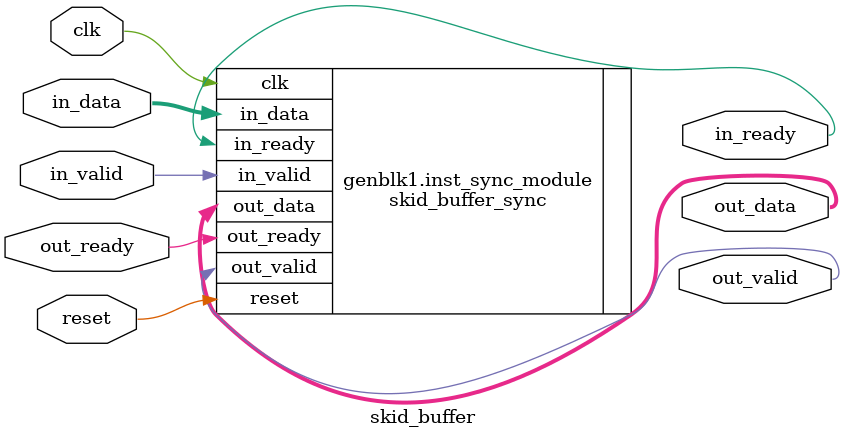
<source format=v>
`default_nettype none

/*
 * A skid buffer for buffering data in valid/ready handshakes
 * Useful for writing high-throughput AXI/AXI-Lite/AXI-Stream cores
 * Based on the design of http://fpgacpu.ca/fpga/Pipeline_Skid_Buffer.html
 */
module skid_buffer #(
    parameter USE_ASYNC_RESET = 1'b0,
    parameter DATA_WIDTH = 32
) (
    input wire clk,
    input wire reset,

    input wire [DATA_WIDTH-1:0] in_data,
    input wire in_valid,
    output wire in_ready,

    output wire [DATA_WIDTH-1:0] out_data,
    output wire out_valid,
    input wire out_ready
);
    generate
        if (USE_ASYNC_RESET)
            skid_buffer_async #(
                .DATA_WIDTH(DATA_WIDTH)
            ) inst_async_module (
                .clk(clk),
                .reset(reset),
                .in_data(in_data),
                .in_valid(in_valid),
                .in_ready(in_ready),
                .out_data(out_data),
                .out_valid(out_valid),
                .out_ready(out_ready)
            );
        else
            skid_buffer_sync #(
                .DATA_WIDTH(DATA_WIDTH)
            ) inst_sync_module (
                .clk(clk),
                .reset(reset),
                .in_data(in_data),
                .in_valid(in_valid),
                .in_ready(in_ready),
                .out_data(out_data),
                .out_valid(out_valid),
                .out_ready(out_ready)
            );
    endgenerate
endmodule
</source>
